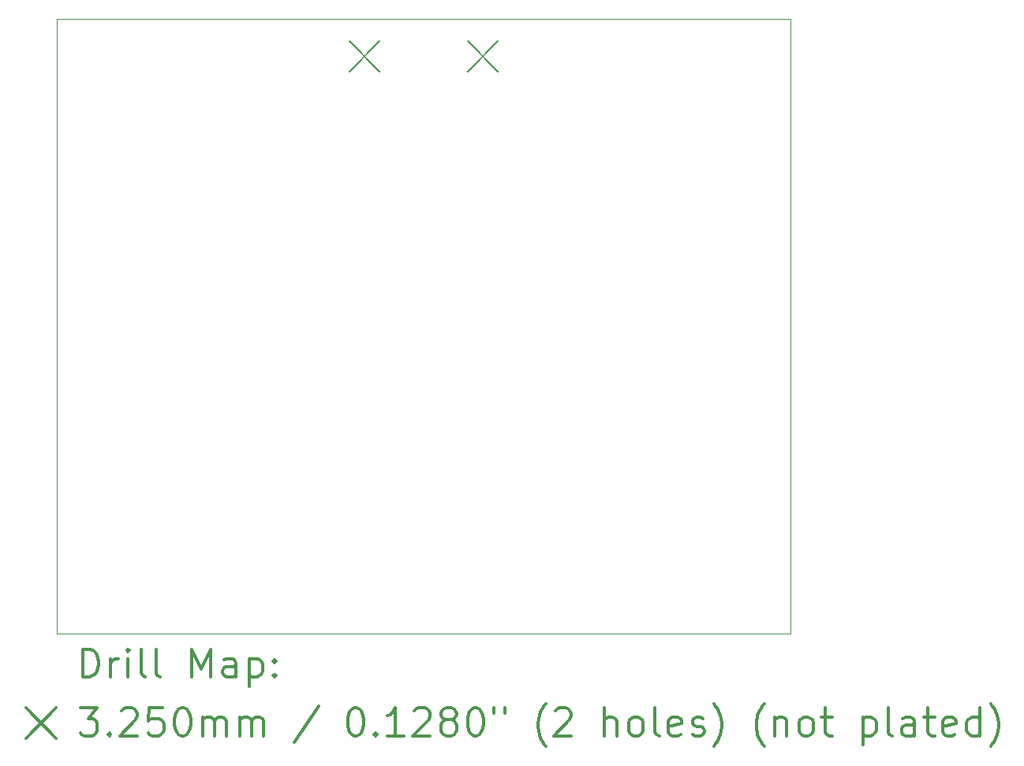
<source format=gbr>
%FSLAX45Y45*%
G04 Gerber Fmt 4.5, Leading zero omitted, Abs format (unit mm)*
G04 Created by KiCad (PCBNEW (5.1.10)-1) date 2022-05-03 11:30:38*
%MOMM*%
%LPD*%
G01*
G04 APERTURE LIST*
%TA.AperFunction,Profile*%
%ADD10C,0.100000*%
%TD*%
%ADD11C,0.200000*%
%ADD12C,0.300000*%
G04 APERTURE END LIST*
D10*
X9802000Y-13252000D02*
X9802000Y-6648000D01*
X17676000Y-13252000D02*
X9802000Y-13252000D01*
X17676000Y-6648000D02*
X17676000Y-13252000D01*
X9802000Y-6648000D02*
X17676000Y-6648000D01*
D11*
X12941900Y-6891700D02*
X13266900Y-7216700D01*
X13266900Y-6891700D02*
X12941900Y-7216700D01*
X14211900Y-6891700D02*
X14536900Y-7216700D01*
X14536900Y-6891700D02*
X14211900Y-7216700D01*
D12*
X10083428Y-13722714D02*
X10083428Y-13422714D01*
X10154857Y-13422714D01*
X10197714Y-13437000D01*
X10226286Y-13465571D01*
X10240571Y-13494143D01*
X10254857Y-13551286D01*
X10254857Y-13594143D01*
X10240571Y-13651286D01*
X10226286Y-13679857D01*
X10197714Y-13708429D01*
X10154857Y-13722714D01*
X10083428Y-13722714D01*
X10383428Y-13722714D02*
X10383428Y-13522714D01*
X10383428Y-13579857D02*
X10397714Y-13551286D01*
X10412000Y-13537000D01*
X10440571Y-13522714D01*
X10469143Y-13522714D01*
X10569143Y-13722714D02*
X10569143Y-13522714D01*
X10569143Y-13422714D02*
X10554857Y-13437000D01*
X10569143Y-13451286D01*
X10583428Y-13437000D01*
X10569143Y-13422714D01*
X10569143Y-13451286D01*
X10754857Y-13722714D02*
X10726286Y-13708429D01*
X10712000Y-13679857D01*
X10712000Y-13422714D01*
X10912000Y-13722714D02*
X10883428Y-13708429D01*
X10869143Y-13679857D01*
X10869143Y-13422714D01*
X11254857Y-13722714D02*
X11254857Y-13422714D01*
X11354857Y-13637000D01*
X11454857Y-13422714D01*
X11454857Y-13722714D01*
X11726286Y-13722714D02*
X11726286Y-13565571D01*
X11712000Y-13537000D01*
X11683428Y-13522714D01*
X11626286Y-13522714D01*
X11597714Y-13537000D01*
X11726286Y-13708429D02*
X11697714Y-13722714D01*
X11626286Y-13722714D01*
X11597714Y-13708429D01*
X11583428Y-13679857D01*
X11583428Y-13651286D01*
X11597714Y-13622714D01*
X11626286Y-13608429D01*
X11697714Y-13608429D01*
X11726286Y-13594143D01*
X11869143Y-13522714D02*
X11869143Y-13822714D01*
X11869143Y-13537000D02*
X11897714Y-13522714D01*
X11954857Y-13522714D01*
X11983428Y-13537000D01*
X11997714Y-13551286D01*
X12012000Y-13579857D01*
X12012000Y-13665571D01*
X11997714Y-13694143D01*
X11983428Y-13708429D01*
X11954857Y-13722714D01*
X11897714Y-13722714D01*
X11869143Y-13708429D01*
X12140571Y-13694143D02*
X12154857Y-13708429D01*
X12140571Y-13722714D01*
X12126286Y-13708429D01*
X12140571Y-13694143D01*
X12140571Y-13722714D01*
X12140571Y-13537000D02*
X12154857Y-13551286D01*
X12140571Y-13565571D01*
X12126286Y-13551286D01*
X12140571Y-13537000D01*
X12140571Y-13565571D01*
X9472000Y-14054500D02*
X9797000Y-14379500D01*
X9797000Y-14054500D02*
X9472000Y-14379500D01*
X10054857Y-14052714D02*
X10240571Y-14052714D01*
X10140571Y-14167000D01*
X10183428Y-14167000D01*
X10212000Y-14181286D01*
X10226286Y-14195571D01*
X10240571Y-14224143D01*
X10240571Y-14295571D01*
X10226286Y-14324143D01*
X10212000Y-14338429D01*
X10183428Y-14352714D01*
X10097714Y-14352714D01*
X10069143Y-14338429D01*
X10054857Y-14324143D01*
X10369143Y-14324143D02*
X10383428Y-14338429D01*
X10369143Y-14352714D01*
X10354857Y-14338429D01*
X10369143Y-14324143D01*
X10369143Y-14352714D01*
X10497714Y-14081286D02*
X10512000Y-14067000D01*
X10540571Y-14052714D01*
X10612000Y-14052714D01*
X10640571Y-14067000D01*
X10654857Y-14081286D01*
X10669143Y-14109857D01*
X10669143Y-14138429D01*
X10654857Y-14181286D01*
X10483428Y-14352714D01*
X10669143Y-14352714D01*
X10940571Y-14052714D02*
X10797714Y-14052714D01*
X10783428Y-14195571D01*
X10797714Y-14181286D01*
X10826286Y-14167000D01*
X10897714Y-14167000D01*
X10926286Y-14181286D01*
X10940571Y-14195571D01*
X10954857Y-14224143D01*
X10954857Y-14295571D01*
X10940571Y-14324143D01*
X10926286Y-14338429D01*
X10897714Y-14352714D01*
X10826286Y-14352714D01*
X10797714Y-14338429D01*
X10783428Y-14324143D01*
X11140571Y-14052714D02*
X11169143Y-14052714D01*
X11197714Y-14067000D01*
X11212000Y-14081286D01*
X11226286Y-14109857D01*
X11240571Y-14167000D01*
X11240571Y-14238429D01*
X11226286Y-14295571D01*
X11212000Y-14324143D01*
X11197714Y-14338429D01*
X11169143Y-14352714D01*
X11140571Y-14352714D01*
X11112000Y-14338429D01*
X11097714Y-14324143D01*
X11083428Y-14295571D01*
X11069143Y-14238429D01*
X11069143Y-14167000D01*
X11083428Y-14109857D01*
X11097714Y-14081286D01*
X11112000Y-14067000D01*
X11140571Y-14052714D01*
X11369143Y-14352714D02*
X11369143Y-14152714D01*
X11369143Y-14181286D02*
X11383428Y-14167000D01*
X11412000Y-14152714D01*
X11454857Y-14152714D01*
X11483428Y-14167000D01*
X11497714Y-14195571D01*
X11497714Y-14352714D01*
X11497714Y-14195571D02*
X11512000Y-14167000D01*
X11540571Y-14152714D01*
X11583428Y-14152714D01*
X11612000Y-14167000D01*
X11626286Y-14195571D01*
X11626286Y-14352714D01*
X11769143Y-14352714D02*
X11769143Y-14152714D01*
X11769143Y-14181286D02*
X11783428Y-14167000D01*
X11812000Y-14152714D01*
X11854857Y-14152714D01*
X11883428Y-14167000D01*
X11897714Y-14195571D01*
X11897714Y-14352714D01*
X11897714Y-14195571D02*
X11912000Y-14167000D01*
X11940571Y-14152714D01*
X11983428Y-14152714D01*
X12012000Y-14167000D01*
X12026286Y-14195571D01*
X12026286Y-14352714D01*
X12612000Y-14038429D02*
X12354857Y-14424143D01*
X12997714Y-14052714D02*
X13026286Y-14052714D01*
X13054857Y-14067000D01*
X13069143Y-14081286D01*
X13083428Y-14109857D01*
X13097714Y-14167000D01*
X13097714Y-14238429D01*
X13083428Y-14295571D01*
X13069143Y-14324143D01*
X13054857Y-14338429D01*
X13026286Y-14352714D01*
X12997714Y-14352714D01*
X12969143Y-14338429D01*
X12954857Y-14324143D01*
X12940571Y-14295571D01*
X12926286Y-14238429D01*
X12926286Y-14167000D01*
X12940571Y-14109857D01*
X12954857Y-14081286D01*
X12969143Y-14067000D01*
X12997714Y-14052714D01*
X13226286Y-14324143D02*
X13240571Y-14338429D01*
X13226286Y-14352714D01*
X13212000Y-14338429D01*
X13226286Y-14324143D01*
X13226286Y-14352714D01*
X13526286Y-14352714D02*
X13354857Y-14352714D01*
X13440571Y-14352714D02*
X13440571Y-14052714D01*
X13412000Y-14095571D01*
X13383428Y-14124143D01*
X13354857Y-14138429D01*
X13640571Y-14081286D02*
X13654857Y-14067000D01*
X13683428Y-14052714D01*
X13754857Y-14052714D01*
X13783428Y-14067000D01*
X13797714Y-14081286D01*
X13812000Y-14109857D01*
X13812000Y-14138429D01*
X13797714Y-14181286D01*
X13626286Y-14352714D01*
X13812000Y-14352714D01*
X13983428Y-14181286D02*
X13954857Y-14167000D01*
X13940571Y-14152714D01*
X13926286Y-14124143D01*
X13926286Y-14109857D01*
X13940571Y-14081286D01*
X13954857Y-14067000D01*
X13983428Y-14052714D01*
X14040571Y-14052714D01*
X14069143Y-14067000D01*
X14083428Y-14081286D01*
X14097714Y-14109857D01*
X14097714Y-14124143D01*
X14083428Y-14152714D01*
X14069143Y-14167000D01*
X14040571Y-14181286D01*
X13983428Y-14181286D01*
X13954857Y-14195571D01*
X13940571Y-14209857D01*
X13926286Y-14238429D01*
X13926286Y-14295571D01*
X13940571Y-14324143D01*
X13954857Y-14338429D01*
X13983428Y-14352714D01*
X14040571Y-14352714D01*
X14069143Y-14338429D01*
X14083428Y-14324143D01*
X14097714Y-14295571D01*
X14097714Y-14238429D01*
X14083428Y-14209857D01*
X14069143Y-14195571D01*
X14040571Y-14181286D01*
X14283428Y-14052714D02*
X14312000Y-14052714D01*
X14340571Y-14067000D01*
X14354857Y-14081286D01*
X14369143Y-14109857D01*
X14383428Y-14167000D01*
X14383428Y-14238429D01*
X14369143Y-14295571D01*
X14354857Y-14324143D01*
X14340571Y-14338429D01*
X14312000Y-14352714D01*
X14283428Y-14352714D01*
X14254857Y-14338429D01*
X14240571Y-14324143D01*
X14226286Y-14295571D01*
X14212000Y-14238429D01*
X14212000Y-14167000D01*
X14226286Y-14109857D01*
X14240571Y-14081286D01*
X14254857Y-14067000D01*
X14283428Y-14052714D01*
X14497714Y-14052714D02*
X14497714Y-14109857D01*
X14612000Y-14052714D02*
X14612000Y-14109857D01*
X15054857Y-14467000D02*
X15040571Y-14452714D01*
X15012000Y-14409857D01*
X14997714Y-14381286D01*
X14983428Y-14338429D01*
X14969143Y-14267000D01*
X14969143Y-14209857D01*
X14983428Y-14138429D01*
X14997714Y-14095571D01*
X15012000Y-14067000D01*
X15040571Y-14024143D01*
X15054857Y-14009857D01*
X15154857Y-14081286D02*
X15169143Y-14067000D01*
X15197714Y-14052714D01*
X15269143Y-14052714D01*
X15297714Y-14067000D01*
X15312000Y-14081286D01*
X15326286Y-14109857D01*
X15326286Y-14138429D01*
X15312000Y-14181286D01*
X15140571Y-14352714D01*
X15326286Y-14352714D01*
X15683428Y-14352714D02*
X15683428Y-14052714D01*
X15812000Y-14352714D02*
X15812000Y-14195571D01*
X15797714Y-14167000D01*
X15769143Y-14152714D01*
X15726286Y-14152714D01*
X15697714Y-14167000D01*
X15683428Y-14181286D01*
X15997714Y-14352714D02*
X15969143Y-14338429D01*
X15954857Y-14324143D01*
X15940571Y-14295571D01*
X15940571Y-14209857D01*
X15954857Y-14181286D01*
X15969143Y-14167000D01*
X15997714Y-14152714D01*
X16040571Y-14152714D01*
X16069143Y-14167000D01*
X16083428Y-14181286D01*
X16097714Y-14209857D01*
X16097714Y-14295571D01*
X16083428Y-14324143D01*
X16069143Y-14338429D01*
X16040571Y-14352714D01*
X15997714Y-14352714D01*
X16269143Y-14352714D02*
X16240571Y-14338429D01*
X16226286Y-14309857D01*
X16226286Y-14052714D01*
X16497714Y-14338429D02*
X16469143Y-14352714D01*
X16412000Y-14352714D01*
X16383428Y-14338429D01*
X16369143Y-14309857D01*
X16369143Y-14195571D01*
X16383428Y-14167000D01*
X16412000Y-14152714D01*
X16469143Y-14152714D01*
X16497714Y-14167000D01*
X16512000Y-14195571D01*
X16512000Y-14224143D01*
X16369143Y-14252714D01*
X16626286Y-14338429D02*
X16654857Y-14352714D01*
X16712000Y-14352714D01*
X16740571Y-14338429D01*
X16754857Y-14309857D01*
X16754857Y-14295571D01*
X16740571Y-14267000D01*
X16712000Y-14252714D01*
X16669143Y-14252714D01*
X16640571Y-14238429D01*
X16626286Y-14209857D01*
X16626286Y-14195571D01*
X16640571Y-14167000D01*
X16669143Y-14152714D01*
X16712000Y-14152714D01*
X16740571Y-14167000D01*
X16854857Y-14467000D02*
X16869143Y-14452714D01*
X16897714Y-14409857D01*
X16912000Y-14381286D01*
X16926286Y-14338429D01*
X16940571Y-14267000D01*
X16940571Y-14209857D01*
X16926286Y-14138429D01*
X16912000Y-14095571D01*
X16897714Y-14067000D01*
X16869143Y-14024143D01*
X16854857Y-14009857D01*
X17397714Y-14467000D02*
X17383428Y-14452714D01*
X17354857Y-14409857D01*
X17340571Y-14381286D01*
X17326286Y-14338429D01*
X17312000Y-14267000D01*
X17312000Y-14209857D01*
X17326286Y-14138429D01*
X17340571Y-14095571D01*
X17354857Y-14067000D01*
X17383428Y-14024143D01*
X17397714Y-14009857D01*
X17512000Y-14152714D02*
X17512000Y-14352714D01*
X17512000Y-14181286D02*
X17526286Y-14167000D01*
X17554857Y-14152714D01*
X17597714Y-14152714D01*
X17626286Y-14167000D01*
X17640571Y-14195571D01*
X17640571Y-14352714D01*
X17826286Y-14352714D02*
X17797714Y-14338429D01*
X17783428Y-14324143D01*
X17769143Y-14295571D01*
X17769143Y-14209857D01*
X17783428Y-14181286D01*
X17797714Y-14167000D01*
X17826286Y-14152714D01*
X17869143Y-14152714D01*
X17897714Y-14167000D01*
X17912000Y-14181286D01*
X17926286Y-14209857D01*
X17926286Y-14295571D01*
X17912000Y-14324143D01*
X17897714Y-14338429D01*
X17869143Y-14352714D01*
X17826286Y-14352714D01*
X18012000Y-14152714D02*
X18126286Y-14152714D01*
X18054857Y-14052714D02*
X18054857Y-14309857D01*
X18069143Y-14338429D01*
X18097714Y-14352714D01*
X18126286Y-14352714D01*
X18454857Y-14152714D02*
X18454857Y-14452714D01*
X18454857Y-14167000D02*
X18483428Y-14152714D01*
X18540571Y-14152714D01*
X18569143Y-14167000D01*
X18583428Y-14181286D01*
X18597714Y-14209857D01*
X18597714Y-14295571D01*
X18583428Y-14324143D01*
X18569143Y-14338429D01*
X18540571Y-14352714D01*
X18483428Y-14352714D01*
X18454857Y-14338429D01*
X18769143Y-14352714D02*
X18740571Y-14338429D01*
X18726286Y-14309857D01*
X18726286Y-14052714D01*
X19012000Y-14352714D02*
X19012000Y-14195571D01*
X18997714Y-14167000D01*
X18969143Y-14152714D01*
X18912000Y-14152714D01*
X18883428Y-14167000D01*
X19012000Y-14338429D02*
X18983428Y-14352714D01*
X18912000Y-14352714D01*
X18883428Y-14338429D01*
X18869143Y-14309857D01*
X18869143Y-14281286D01*
X18883428Y-14252714D01*
X18912000Y-14238429D01*
X18983428Y-14238429D01*
X19012000Y-14224143D01*
X19112000Y-14152714D02*
X19226286Y-14152714D01*
X19154857Y-14052714D02*
X19154857Y-14309857D01*
X19169143Y-14338429D01*
X19197714Y-14352714D01*
X19226286Y-14352714D01*
X19440571Y-14338429D02*
X19412000Y-14352714D01*
X19354857Y-14352714D01*
X19326286Y-14338429D01*
X19312000Y-14309857D01*
X19312000Y-14195571D01*
X19326286Y-14167000D01*
X19354857Y-14152714D01*
X19412000Y-14152714D01*
X19440571Y-14167000D01*
X19454857Y-14195571D01*
X19454857Y-14224143D01*
X19312000Y-14252714D01*
X19712000Y-14352714D02*
X19712000Y-14052714D01*
X19712000Y-14338429D02*
X19683428Y-14352714D01*
X19626286Y-14352714D01*
X19597714Y-14338429D01*
X19583428Y-14324143D01*
X19569143Y-14295571D01*
X19569143Y-14209857D01*
X19583428Y-14181286D01*
X19597714Y-14167000D01*
X19626286Y-14152714D01*
X19683428Y-14152714D01*
X19712000Y-14167000D01*
X19826286Y-14467000D02*
X19840571Y-14452714D01*
X19869143Y-14409857D01*
X19883428Y-14381286D01*
X19897714Y-14338429D01*
X19912000Y-14267000D01*
X19912000Y-14209857D01*
X19897714Y-14138429D01*
X19883428Y-14095571D01*
X19869143Y-14067000D01*
X19840571Y-14024143D01*
X19826286Y-14009857D01*
M02*

</source>
